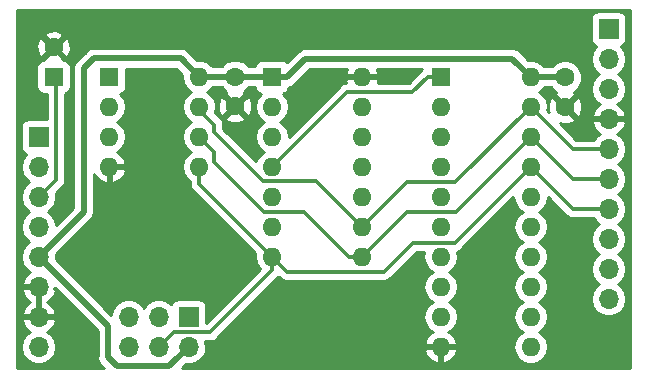
<source format=gtl>
G04 #@! TF.GenerationSoftware,KiCad,Pcbnew,no-vcs-found-104b606~61~ubuntu17.10.1*
G04 #@! TF.CreationDate,2018-02-15T20:58:33+01:00*
G04 #@! TF.ProjectId,arduino_isp_shield,61726475696E6F5F6973705F73686965,rev?*
G04 #@! TF.SameCoordinates,Original*
G04 #@! TF.FileFunction,Copper,L1,Top,Signal*
G04 #@! TF.FilePolarity,Positive*
%FSLAX46Y46*%
G04 Gerber Fmt 4.6, Leading zero omitted, Abs format (unit mm)*
G04 Created by KiCad (PCBNEW no-vcs-found-104b606~61~ubuntu17.10.1) date Thu Feb 15 20:58:33 2018*
%MOMM*%
%LPD*%
G01*
G04 APERTURE LIST*
%ADD10R,1.600000X1.600000*%
%ADD11C,1.600000*%
%ADD12O,1.600000X1.600000*%
%ADD13R,1.700000X1.700000*%
%ADD14O,1.700000X1.700000*%
%ADD15C,0.500000*%
%ADD16C,0.300000*%
%ADD17C,0.254000*%
G04 APERTURE END LIST*
D10*
X121920000Y-85090000D03*
D11*
X121920000Y-82590000D03*
D10*
X126634095Y-85090000D03*
D12*
X134254095Y-92710000D03*
X126634095Y-87630000D03*
X134254095Y-90170000D03*
X126634095Y-90170000D03*
X134254095Y-87630000D03*
X126634095Y-92710000D03*
X134254095Y-85090000D03*
D11*
X165227000Y-87630000D03*
X165227000Y-85130000D03*
X137287000Y-85090000D03*
X137287000Y-87590000D03*
D13*
X168910000Y-81030000D03*
D14*
X168910000Y-83570000D03*
X168910000Y-86110000D03*
X168910000Y-88650000D03*
X168910000Y-91190000D03*
X168910000Y-93730000D03*
X168910000Y-96270000D03*
X168910000Y-98810000D03*
X168910000Y-101350000D03*
X168910000Y-103890000D03*
D13*
X120650000Y-90170000D03*
D14*
X120650000Y-92710000D03*
X120650000Y-95250000D03*
X120650000Y-97790000D03*
X120650000Y-100330000D03*
X120650000Y-102870000D03*
X120650000Y-105410000D03*
X120650000Y-107950000D03*
D10*
X140406714Y-85090000D03*
D12*
X148026714Y-100330000D03*
X140406714Y-87630000D03*
X148026714Y-97790000D03*
X140406714Y-90170000D03*
X148026714Y-95250000D03*
X140406714Y-92710000D03*
X148026714Y-92710000D03*
X140406714Y-95250000D03*
X148026714Y-90170000D03*
X140406714Y-97790000D03*
X148026714Y-87630000D03*
X140406714Y-100330000D03*
X148026714Y-85090000D03*
D13*
X133350000Y-105410000D03*
D14*
X133350000Y-107950000D03*
X130810000Y-105410000D03*
X130810000Y-107950000D03*
X128270000Y-105410000D03*
X128270000Y-107950000D03*
D10*
X154690285Y-85090000D03*
D12*
X162310285Y-107950000D03*
X154690285Y-87630000D03*
X162310285Y-105410000D03*
X154690285Y-90170000D03*
X162310285Y-102870000D03*
X154690285Y-92710000D03*
X162310285Y-100330000D03*
X154690285Y-95250000D03*
X162310285Y-97790000D03*
X154690285Y-97790000D03*
X162310285Y-95250000D03*
X154690285Y-100330000D03*
X162310285Y-92710000D03*
X154690285Y-102870000D03*
X162310285Y-90170000D03*
X154690285Y-105410000D03*
X162310285Y-87630000D03*
X154690285Y-107950000D03*
X162310285Y-85090000D03*
D15*
X127254000Y-109575600D02*
X131724400Y-109575600D01*
X131724400Y-109575600D02*
X133350000Y-107950000D01*
X126530100Y-108851700D02*
X127254000Y-109575600D01*
X126530100Y-106210100D02*
X120650000Y-100330000D01*
X126530100Y-106210100D02*
X126530100Y-108851700D01*
X134254095Y-85090000D02*
X132679295Y-83515200D01*
X132679295Y-83515200D02*
X125323600Y-83515200D01*
X124460000Y-84378800D02*
X124460000Y-96520000D01*
X125323600Y-83515200D02*
X124460000Y-84378800D01*
X124460000Y-96520000D02*
X120650000Y-100330000D01*
X160773585Y-83553300D02*
X143243414Y-83553300D01*
X143243414Y-83553300D02*
X141706714Y-85090000D01*
X141706714Y-85090000D02*
X140406714Y-85090000D01*
X160773585Y-83553300D02*
X162310285Y-85090000D01*
X162310285Y-85090000D02*
X165187000Y-85090000D01*
X165187000Y-85090000D02*
X165227000Y-85130000D01*
X137287000Y-85090000D02*
X140406714Y-85090000D01*
X134254095Y-85090000D02*
X137287000Y-85090000D01*
X132049999Y-109250001D02*
X133350000Y-107950000D01*
D16*
X122110500Y-93789500D02*
X122110500Y-85280500D01*
X120650000Y-95250000D02*
X122110500Y-93789500D01*
X122110500Y-85280500D02*
X121920000Y-85090000D01*
X121920000Y-85090000D02*
X121920000Y-85725000D01*
X148026714Y-100330000D02*
X151836714Y-96520000D01*
X151836714Y-96520000D02*
X155960285Y-96520000D01*
X155960285Y-96520000D02*
X162310285Y-90170000D01*
X139766097Y-96520000D02*
X135511597Y-92265500D01*
X135511597Y-91427502D02*
X135511597Y-92265500D01*
X134254095Y-90170000D02*
X135511597Y-91427502D01*
X143085344Y-96520000D02*
X139766097Y-96520000D01*
X148026714Y-100330000D02*
X146895344Y-100330000D01*
X146895344Y-100330000D02*
X143085344Y-96520000D01*
X168910000Y-93730000D02*
X165870285Y-93730000D01*
X165870285Y-93730000D02*
X162310285Y-90170000D01*
X135509000Y-89141300D02*
X135509000Y-89789000D01*
X134254095Y-87886395D02*
X134254095Y-87630000D01*
X135509000Y-89141300D02*
X134254095Y-87886395D01*
X148026714Y-97790000D02*
X144165914Y-93929200D01*
X139649200Y-93929200D02*
X135509000Y-89789000D01*
X144165914Y-93929200D02*
X139649200Y-93929200D01*
X148026714Y-97790000D02*
X151828500Y-93988214D01*
X151828500Y-93988214D02*
X155952071Y-93988214D01*
X155952071Y-93988214D02*
X156080284Y-93860001D01*
X156080284Y-93860001D02*
X162310285Y-87630000D01*
X168910000Y-91190000D02*
X165870285Y-91190000D01*
X165870285Y-91190000D02*
X162310285Y-87630000D01*
X132435600Y-106680000D02*
X133299200Y-106680000D01*
X140406714Y-101461370D02*
X140406714Y-100330000D01*
X133299200Y-106680000D02*
X135188084Y-106680000D01*
X135188084Y-106680000D02*
X140406714Y-101461370D01*
X132283200Y-106680000D02*
X132435600Y-106680000D01*
X132435600Y-106680000D02*
X132080000Y-106680000D01*
X132080000Y-106680000D02*
X130810000Y-107950000D01*
X155903786Y-99116499D02*
X152343501Y-99116499D01*
X162310285Y-92710000D02*
X155903786Y-99116499D01*
X152343501Y-99116499D02*
X149868214Y-101591786D01*
X149868214Y-101591786D02*
X141668500Y-101591786D01*
X141668500Y-101591786D02*
X140406714Y-100330000D01*
X140406714Y-100330000D02*
X134254095Y-94177381D01*
X134254095Y-94177381D02*
X134254095Y-92710000D01*
X168910000Y-96270000D02*
X165870285Y-96270000D01*
X165870285Y-96270000D02*
X162310285Y-92710000D01*
X146748500Y-86368214D02*
X152312071Y-86368214D01*
X153590285Y-85090000D02*
X154690285Y-85090000D01*
X152312071Y-86368214D02*
X153590285Y-85090000D01*
X140406714Y-92710000D02*
X146748500Y-86368214D01*
D17*
G36*
X170740000Y-109780000D02*
X132771578Y-109780000D01*
X133131040Y-109420538D01*
X133203744Y-109435000D01*
X133496256Y-109435000D01*
X133929418Y-109348839D01*
X134420625Y-109020625D01*
X134748839Y-108529418D01*
X134794664Y-108299039D01*
X153298381Y-108299039D01*
X153459244Y-108687423D01*
X153835151Y-109102389D01*
X154341244Y-109341914D01*
X154563285Y-109220629D01*
X154563285Y-108077000D01*
X154817285Y-108077000D01*
X154817285Y-109220629D01*
X155039326Y-109341914D01*
X155545419Y-109102389D01*
X155921326Y-108687423D01*
X156082189Y-108299039D01*
X155960200Y-108077000D01*
X154817285Y-108077000D01*
X154563285Y-108077000D01*
X153420370Y-108077000D01*
X153298381Y-108299039D01*
X134794664Y-108299039D01*
X134864092Y-107950000D01*
X134767620Y-107465000D01*
X135110772Y-107465000D01*
X135188084Y-107480378D01*
X135265396Y-107465000D01*
X135265400Y-107465000D01*
X135494376Y-107419454D01*
X135754037Y-107245953D01*
X135797833Y-107180408D01*
X140907125Y-102071117D01*
X140972667Y-102027323D01*
X140981163Y-102014607D01*
X141058753Y-102092197D01*
X141102547Y-102157739D01*
X141168089Y-102201533D01*
X141168091Y-102201535D01*
X141258208Y-102261749D01*
X141362208Y-102331240D01*
X141591184Y-102376786D01*
X141591188Y-102376786D01*
X141668500Y-102392164D01*
X141745812Y-102376786D01*
X149790902Y-102376786D01*
X149868214Y-102392164D01*
X149945526Y-102376786D01*
X149945530Y-102376786D01*
X150174506Y-102331240D01*
X150434167Y-102157739D01*
X150477963Y-102092194D01*
X152668659Y-99901499D01*
X153312406Y-99901499D01*
X153227172Y-100330000D01*
X153338545Y-100889909D01*
X153655708Y-101364577D01*
X154008043Y-101600000D01*
X153655708Y-101835423D01*
X153338545Y-102310091D01*
X153227172Y-102870000D01*
X153338545Y-103429909D01*
X153655708Y-103904577D01*
X154008043Y-104140000D01*
X153655708Y-104375423D01*
X153338545Y-104850091D01*
X153227172Y-105410000D01*
X153338545Y-105969909D01*
X153655708Y-106444577D01*
X154039393Y-106700947D01*
X153835151Y-106797611D01*
X153459244Y-107212577D01*
X153298381Y-107600961D01*
X153420370Y-107823000D01*
X154563285Y-107823000D01*
X154563285Y-107803000D01*
X154817285Y-107803000D01*
X154817285Y-107823000D01*
X155960200Y-107823000D01*
X156082189Y-107600961D01*
X155921326Y-107212577D01*
X155545419Y-106797611D01*
X155341177Y-106700947D01*
X155724862Y-106444577D01*
X156042025Y-105969909D01*
X156153398Y-105410000D01*
X156042025Y-104850091D01*
X155724862Y-104375423D01*
X155372527Y-104140000D01*
X155724862Y-103904577D01*
X156042025Y-103429909D01*
X156153398Y-102870000D01*
X156042025Y-102310091D01*
X155724862Y-101835423D01*
X155372527Y-101600000D01*
X155724862Y-101364577D01*
X156042025Y-100889909D01*
X156153398Y-100330000D01*
X156064850Y-99884841D01*
X156210078Y-99855953D01*
X156469739Y-99682452D01*
X156513535Y-99616907D01*
X160852692Y-95277750D01*
X160958545Y-95809909D01*
X161275708Y-96284577D01*
X161628043Y-96520000D01*
X161275708Y-96755423D01*
X160958545Y-97230091D01*
X160847172Y-97790000D01*
X160958545Y-98349909D01*
X161275708Y-98824577D01*
X161628043Y-99060000D01*
X161275708Y-99295423D01*
X160958545Y-99770091D01*
X160847172Y-100330000D01*
X160958545Y-100889909D01*
X161275708Y-101364577D01*
X161628043Y-101600000D01*
X161275708Y-101835423D01*
X160958545Y-102310091D01*
X160847172Y-102870000D01*
X160958545Y-103429909D01*
X161275708Y-103904577D01*
X161628043Y-104140000D01*
X161275708Y-104375423D01*
X160958545Y-104850091D01*
X160847172Y-105410000D01*
X160958545Y-105969909D01*
X161275708Y-106444577D01*
X161628043Y-106680000D01*
X161275708Y-106915423D01*
X160958545Y-107390091D01*
X160847172Y-107950000D01*
X160958545Y-108509909D01*
X161275708Y-108984577D01*
X161750376Y-109301740D01*
X162168952Y-109385000D01*
X162451618Y-109385000D01*
X162870194Y-109301740D01*
X163344862Y-108984577D01*
X163662025Y-108509909D01*
X163773398Y-107950000D01*
X163662025Y-107390091D01*
X163344862Y-106915423D01*
X162992527Y-106680000D01*
X163344862Y-106444577D01*
X163662025Y-105969909D01*
X163773398Y-105410000D01*
X163662025Y-104850091D01*
X163344862Y-104375423D01*
X162992527Y-104140000D01*
X163344862Y-103904577D01*
X163662025Y-103429909D01*
X163773398Y-102870000D01*
X163662025Y-102310091D01*
X163344862Y-101835423D01*
X162992527Y-101600000D01*
X163344862Y-101364577D01*
X163662025Y-100889909D01*
X163773398Y-100330000D01*
X163662025Y-99770091D01*
X163344862Y-99295423D01*
X162992527Y-99060000D01*
X163344862Y-98824577D01*
X163662025Y-98349909D01*
X163773398Y-97790000D01*
X163662025Y-97230091D01*
X163344862Y-96755423D01*
X162992527Y-96520000D01*
X163344862Y-96284577D01*
X163662025Y-95809909D01*
X163767878Y-95277751D01*
X165260538Y-96770411D01*
X165304332Y-96835953D01*
X165369874Y-96879747D01*
X165369876Y-96879749D01*
X165444910Y-96929885D01*
X165563993Y-97009454D01*
X165792969Y-97055000D01*
X165792973Y-97055000D01*
X165870284Y-97070378D01*
X165947595Y-97055000D01*
X167648526Y-97055000D01*
X167839375Y-97340625D01*
X168137761Y-97540000D01*
X167839375Y-97739375D01*
X167511161Y-98230582D01*
X167395908Y-98810000D01*
X167511161Y-99389418D01*
X167839375Y-99880625D01*
X168137761Y-100080000D01*
X167839375Y-100279375D01*
X167511161Y-100770582D01*
X167395908Y-101350000D01*
X167511161Y-101929418D01*
X167839375Y-102420625D01*
X168137761Y-102620000D01*
X167839375Y-102819375D01*
X167511161Y-103310582D01*
X167395908Y-103890000D01*
X167511161Y-104469418D01*
X167839375Y-104960625D01*
X168330582Y-105288839D01*
X168763744Y-105375000D01*
X169056256Y-105375000D01*
X169489418Y-105288839D01*
X169980625Y-104960625D01*
X170308839Y-104469418D01*
X170424092Y-103890000D01*
X170308839Y-103310582D01*
X169980625Y-102819375D01*
X169682239Y-102620000D01*
X169980625Y-102420625D01*
X170308839Y-101929418D01*
X170424092Y-101350000D01*
X170308839Y-100770582D01*
X169980625Y-100279375D01*
X169682239Y-100080000D01*
X169980625Y-99880625D01*
X170308839Y-99389418D01*
X170424092Y-98810000D01*
X170308839Y-98230582D01*
X169980625Y-97739375D01*
X169682239Y-97540000D01*
X169980625Y-97340625D01*
X170308839Y-96849418D01*
X170424092Y-96270000D01*
X170308839Y-95690582D01*
X169980625Y-95199375D01*
X169682239Y-95000000D01*
X169980625Y-94800625D01*
X170308839Y-94309418D01*
X170424092Y-93730000D01*
X170308839Y-93150582D01*
X169980625Y-92659375D01*
X169682239Y-92460000D01*
X169980625Y-92260625D01*
X170308839Y-91769418D01*
X170424092Y-91190000D01*
X170308839Y-90610582D01*
X169980625Y-90119375D01*
X169661522Y-89906157D01*
X169791358Y-89845183D01*
X170181645Y-89416924D01*
X170351476Y-89006890D01*
X170230155Y-88777000D01*
X169037000Y-88777000D01*
X169037000Y-88797000D01*
X168783000Y-88797000D01*
X168783000Y-88777000D01*
X167589845Y-88777000D01*
X167468524Y-89006890D01*
X167638355Y-89416924D01*
X168028642Y-89845183D01*
X168158478Y-89906157D01*
X167839375Y-90119375D01*
X167648526Y-90405000D01*
X166195443Y-90405000D01*
X164787269Y-88996827D01*
X165010223Y-89076965D01*
X165580454Y-89049778D01*
X165981005Y-88883864D01*
X166055139Y-88637745D01*
X165227000Y-87809605D01*
X165212858Y-87823748D01*
X165033252Y-87644142D01*
X165047395Y-87630000D01*
X165406605Y-87630000D01*
X166234745Y-88458139D01*
X166480864Y-88384005D01*
X166673965Y-87846777D01*
X166646778Y-87276546D01*
X166480864Y-86875995D01*
X166234745Y-86801861D01*
X165406605Y-87630000D01*
X165047395Y-87630000D01*
X164219255Y-86801861D01*
X163973136Y-86875995D01*
X163780035Y-87413223D01*
X163807222Y-87983454D01*
X163830787Y-88040345D01*
X163714839Y-87924397D01*
X163773398Y-87630000D01*
X163662025Y-87070091D01*
X163344862Y-86595423D01*
X162992527Y-86360000D01*
X163344862Y-86124577D01*
X163444806Y-85975000D01*
X164042604Y-85975000D01*
X164414138Y-86346534D01*
X164479299Y-86373525D01*
X164472995Y-86376136D01*
X164398861Y-86622255D01*
X165227000Y-87450395D01*
X166055139Y-86622255D01*
X165981005Y-86376136D01*
X165974254Y-86373710D01*
X166039862Y-86346534D01*
X166443534Y-85942862D01*
X166662000Y-85415439D01*
X166662000Y-84844561D01*
X166443534Y-84317138D01*
X166039862Y-83913466D01*
X165512439Y-83695000D01*
X164941561Y-83695000D01*
X164414138Y-83913466D01*
X164122604Y-84205000D01*
X163444806Y-84205000D01*
X163344862Y-84055423D01*
X162870194Y-83738260D01*
X162451618Y-83655000D01*
X162168952Y-83655000D01*
X162133846Y-83661983D01*
X162041863Y-83570000D01*
X167395908Y-83570000D01*
X167511161Y-84149418D01*
X167839375Y-84640625D01*
X168137761Y-84840000D01*
X167839375Y-85039375D01*
X167511161Y-85530582D01*
X167395908Y-86110000D01*
X167511161Y-86689418D01*
X167839375Y-87180625D01*
X168158478Y-87393843D01*
X168028642Y-87454817D01*
X167638355Y-87883076D01*
X167468524Y-88293110D01*
X167589845Y-88523000D01*
X168783000Y-88523000D01*
X168783000Y-88503000D01*
X169037000Y-88503000D01*
X169037000Y-88523000D01*
X170230155Y-88523000D01*
X170351476Y-88293110D01*
X170181645Y-87883076D01*
X169791358Y-87454817D01*
X169661522Y-87393843D01*
X169980625Y-87180625D01*
X170308839Y-86689418D01*
X170424092Y-86110000D01*
X170308839Y-85530582D01*
X169980625Y-85039375D01*
X169682239Y-84840000D01*
X169980625Y-84640625D01*
X170308839Y-84149418D01*
X170424092Y-83570000D01*
X170308839Y-82990582D01*
X169980625Y-82499375D01*
X169962381Y-82487184D01*
X170007765Y-82478157D01*
X170217809Y-82337809D01*
X170358157Y-82127765D01*
X170407440Y-81880000D01*
X170407440Y-80180000D01*
X170358157Y-79932235D01*
X170217809Y-79722191D01*
X170007765Y-79581843D01*
X169760000Y-79532560D01*
X168060000Y-79532560D01*
X167812235Y-79581843D01*
X167602191Y-79722191D01*
X167461843Y-79932235D01*
X167412560Y-80180000D01*
X167412560Y-81880000D01*
X167461843Y-82127765D01*
X167602191Y-82337809D01*
X167812235Y-82478157D01*
X167857619Y-82487184D01*
X167839375Y-82499375D01*
X167511161Y-82990582D01*
X167395908Y-83570000D01*
X162041863Y-83570000D01*
X161461010Y-82989147D01*
X161411634Y-82915251D01*
X161118895Y-82719648D01*
X160860750Y-82668300D01*
X160860746Y-82668300D01*
X160773585Y-82650963D01*
X160686424Y-82668300D01*
X143330575Y-82668300D01*
X143243414Y-82650963D01*
X143156253Y-82668300D01*
X143156249Y-82668300D01*
X142898104Y-82719648D01*
X142679259Y-82865876D01*
X142679258Y-82865877D01*
X142605365Y-82915251D01*
X142555991Y-82989144D01*
X141683918Y-83861218D01*
X141664523Y-83832191D01*
X141454479Y-83691843D01*
X141206714Y-83642560D01*
X139606714Y-83642560D01*
X139358949Y-83691843D01*
X139148905Y-83832191D01*
X139008557Y-84042235D01*
X138976181Y-84205000D01*
X138431396Y-84205000D01*
X138099862Y-83873466D01*
X137572439Y-83655000D01*
X137001561Y-83655000D01*
X136474138Y-83873466D01*
X136142604Y-84205000D01*
X135388616Y-84205000D01*
X135288672Y-84055423D01*
X134814004Y-83738260D01*
X134395428Y-83655000D01*
X134112762Y-83655000D01*
X134077656Y-83661983D01*
X133366720Y-82951047D01*
X133317344Y-82877151D01*
X133024605Y-82681548D01*
X132766460Y-82630200D01*
X132766456Y-82630200D01*
X132679295Y-82612863D01*
X132592134Y-82630200D01*
X125410761Y-82630200D01*
X125323600Y-82612863D01*
X125236439Y-82630200D01*
X125236435Y-82630200D01*
X124978290Y-82681548D01*
X124759445Y-82827776D01*
X124759444Y-82827777D01*
X124685551Y-82877151D01*
X124636177Y-82951044D01*
X123895847Y-83691375D01*
X123821951Y-83740751D01*
X123626348Y-84033491D01*
X123575000Y-84291636D01*
X123575000Y-84291639D01*
X123557663Y-84378800D01*
X123575000Y-84465961D01*
X123575001Y-96153420D01*
X122126651Y-97601770D01*
X122048839Y-97210582D01*
X121720625Y-96719375D01*
X121422239Y-96520000D01*
X121720625Y-96320625D01*
X122048839Y-95829418D01*
X122164092Y-95250000D01*
X122097075Y-94913082D01*
X122610911Y-94399247D01*
X122676453Y-94355453D01*
X122720247Y-94289911D01*
X122720249Y-94289909D01*
X122849954Y-94095792D01*
X122871352Y-93988215D01*
X122895500Y-93866816D01*
X122895500Y-93866812D01*
X122910878Y-93789500D01*
X122895500Y-93712188D01*
X122895500Y-86502531D01*
X122967765Y-86488157D01*
X123177809Y-86347809D01*
X123318157Y-86137765D01*
X123367440Y-85890000D01*
X123367440Y-84290000D01*
X123318157Y-84042235D01*
X123177809Y-83832191D01*
X122967765Y-83691843D01*
X122733813Y-83645307D01*
X122748139Y-83597745D01*
X121920000Y-82769605D01*
X121091861Y-83597745D01*
X121106187Y-83645307D01*
X120872235Y-83691843D01*
X120662191Y-83832191D01*
X120521843Y-84042235D01*
X120472560Y-84290000D01*
X120472560Y-85890000D01*
X120521843Y-86137765D01*
X120662191Y-86347809D01*
X120872235Y-86488157D01*
X121120000Y-86537440D01*
X121325501Y-86537440D01*
X121325501Y-88672560D01*
X119800000Y-88672560D01*
X119552235Y-88721843D01*
X119342191Y-88862191D01*
X119201843Y-89072235D01*
X119152560Y-89320000D01*
X119152560Y-91020000D01*
X119201843Y-91267765D01*
X119342191Y-91477809D01*
X119552235Y-91618157D01*
X119597619Y-91627184D01*
X119579375Y-91639375D01*
X119251161Y-92130582D01*
X119135908Y-92710000D01*
X119251161Y-93289418D01*
X119579375Y-93780625D01*
X119877761Y-93980000D01*
X119579375Y-94179375D01*
X119251161Y-94670582D01*
X119135908Y-95250000D01*
X119251161Y-95829418D01*
X119579375Y-96320625D01*
X119877761Y-96520000D01*
X119579375Y-96719375D01*
X119251161Y-97210582D01*
X119135908Y-97790000D01*
X119251161Y-98369418D01*
X119579375Y-98860625D01*
X119877761Y-99060000D01*
X119579375Y-99259375D01*
X119251161Y-99750582D01*
X119135908Y-100330000D01*
X119251161Y-100909418D01*
X119579375Y-101400625D01*
X119898478Y-101613843D01*
X119768642Y-101674817D01*
X119378355Y-102103076D01*
X119208524Y-102513110D01*
X119329845Y-102743000D01*
X120523000Y-102743000D01*
X120523000Y-102723000D01*
X120777000Y-102723000D01*
X120777000Y-102743000D01*
X120797000Y-102743000D01*
X120797000Y-102997000D01*
X120777000Y-102997000D01*
X120777000Y-105283000D01*
X121970155Y-105283000D01*
X122091476Y-105053110D01*
X121921645Y-104643076D01*
X121531358Y-104214817D01*
X121372046Y-104140000D01*
X121531358Y-104065183D01*
X121921645Y-103636924D01*
X122091476Y-103226890D01*
X121970156Y-102997002D01*
X122065424Y-102997002D01*
X125645100Y-106576679D01*
X125645101Y-108764535D01*
X125627763Y-108851700D01*
X125696448Y-109197009D01*
X125842676Y-109415854D01*
X125842678Y-109415856D01*
X125892052Y-109489749D01*
X125965945Y-109539123D01*
X126206822Y-109780000D01*
X118820000Y-109780000D01*
X118820000Y-107950000D01*
X119135908Y-107950000D01*
X119251161Y-108529418D01*
X119579375Y-109020625D01*
X120070582Y-109348839D01*
X120503744Y-109435000D01*
X120796256Y-109435000D01*
X121229418Y-109348839D01*
X121720625Y-109020625D01*
X122048839Y-108529418D01*
X122164092Y-107950000D01*
X122048839Y-107370582D01*
X121720625Y-106879375D01*
X121401522Y-106666157D01*
X121531358Y-106605183D01*
X121921645Y-106176924D01*
X122091476Y-105766890D01*
X121970155Y-105537000D01*
X120777000Y-105537000D01*
X120777000Y-105557000D01*
X120523000Y-105557000D01*
X120523000Y-105537000D01*
X119329845Y-105537000D01*
X119208524Y-105766890D01*
X119378355Y-106176924D01*
X119768642Y-106605183D01*
X119898478Y-106666157D01*
X119579375Y-106879375D01*
X119251161Y-107370582D01*
X119135908Y-107950000D01*
X118820000Y-107950000D01*
X118820000Y-103226890D01*
X119208524Y-103226890D01*
X119378355Y-103636924D01*
X119768642Y-104065183D01*
X119927954Y-104140000D01*
X119768642Y-104214817D01*
X119378355Y-104643076D01*
X119208524Y-105053110D01*
X119329845Y-105283000D01*
X120523000Y-105283000D01*
X120523000Y-102997000D01*
X119329845Y-102997000D01*
X119208524Y-103226890D01*
X118820000Y-103226890D01*
X118820000Y-82373223D01*
X120473035Y-82373223D01*
X120500222Y-82943454D01*
X120666136Y-83344005D01*
X120912255Y-83418139D01*
X121740395Y-82590000D01*
X122099605Y-82590000D01*
X122927745Y-83418139D01*
X123173864Y-83344005D01*
X123366965Y-82806777D01*
X123339778Y-82236546D01*
X123173864Y-81835995D01*
X122927745Y-81761861D01*
X122099605Y-82590000D01*
X121740395Y-82590000D01*
X120912255Y-81761861D01*
X120666136Y-81835995D01*
X120473035Y-82373223D01*
X118820000Y-82373223D01*
X118820000Y-81582255D01*
X121091861Y-81582255D01*
X121920000Y-82410395D01*
X122748139Y-81582255D01*
X122674005Y-81336136D01*
X122136777Y-81143035D01*
X121566546Y-81170222D01*
X121165995Y-81336136D01*
X121091861Y-81582255D01*
X118820000Y-81582255D01*
X118820000Y-79450000D01*
X170740001Y-79450000D01*
X170740000Y-109780000D01*
X170740000Y-109780000D01*
G37*
X170740000Y-109780000D02*
X132771578Y-109780000D01*
X133131040Y-109420538D01*
X133203744Y-109435000D01*
X133496256Y-109435000D01*
X133929418Y-109348839D01*
X134420625Y-109020625D01*
X134748839Y-108529418D01*
X134794664Y-108299039D01*
X153298381Y-108299039D01*
X153459244Y-108687423D01*
X153835151Y-109102389D01*
X154341244Y-109341914D01*
X154563285Y-109220629D01*
X154563285Y-108077000D01*
X154817285Y-108077000D01*
X154817285Y-109220629D01*
X155039326Y-109341914D01*
X155545419Y-109102389D01*
X155921326Y-108687423D01*
X156082189Y-108299039D01*
X155960200Y-108077000D01*
X154817285Y-108077000D01*
X154563285Y-108077000D01*
X153420370Y-108077000D01*
X153298381Y-108299039D01*
X134794664Y-108299039D01*
X134864092Y-107950000D01*
X134767620Y-107465000D01*
X135110772Y-107465000D01*
X135188084Y-107480378D01*
X135265396Y-107465000D01*
X135265400Y-107465000D01*
X135494376Y-107419454D01*
X135754037Y-107245953D01*
X135797833Y-107180408D01*
X140907125Y-102071117D01*
X140972667Y-102027323D01*
X140981163Y-102014607D01*
X141058753Y-102092197D01*
X141102547Y-102157739D01*
X141168089Y-102201533D01*
X141168091Y-102201535D01*
X141258208Y-102261749D01*
X141362208Y-102331240D01*
X141591184Y-102376786D01*
X141591188Y-102376786D01*
X141668500Y-102392164D01*
X141745812Y-102376786D01*
X149790902Y-102376786D01*
X149868214Y-102392164D01*
X149945526Y-102376786D01*
X149945530Y-102376786D01*
X150174506Y-102331240D01*
X150434167Y-102157739D01*
X150477963Y-102092194D01*
X152668659Y-99901499D01*
X153312406Y-99901499D01*
X153227172Y-100330000D01*
X153338545Y-100889909D01*
X153655708Y-101364577D01*
X154008043Y-101600000D01*
X153655708Y-101835423D01*
X153338545Y-102310091D01*
X153227172Y-102870000D01*
X153338545Y-103429909D01*
X153655708Y-103904577D01*
X154008043Y-104140000D01*
X153655708Y-104375423D01*
X153338545Y-104850091D01*
X153227172Y-105410000D01*
X153338545Y-105969909D01*
X153655708Y-106444577D01*
X154039393Y-106700947D01*
X153835151Y-106797611D01*
X153459244Y-107212577D01*
X153298381Y-107600961D01*
X153420370Y-107823000D01*
X154563285Y-107823000D01*
X154563285Y-107803000D01*
X154817285Y-107803000D01*
X154817285Y-107823000D01*
X155960200Y-107823000D01*
X156082189Y-107600961D01*
X155921326Y-107212577D01*
X155545419Y-106797611D01*
X155341177Y-106700947D01*
X155724862Y-106444577D01*
X156042025Y-105969909D01*
X156153398Y-105410000D01*
X156042025Y-104850091D01*
X155724862Y-104375423D01*
X155372527Y-104140000D01*
X155724862Y-103904577D01*
X156042025Y-103429909D01*
X156153398Y-102870000D01*
X156042025Y-102310091D01*
X155724862Y-101835423D01*
X155372527Y-101600000D01*
X155724862Y-101364577D01*
X156042025Y-100889909D01*
X156153398Y-100330000D01*
X156064850Y-99884841D01*
X156210078Y-99855953D01*
X156469739Y-99682452D01*
X156513535Y-99616907D01*
X160852692Y-95277750D01*
X160958545Y-95809909D01*
X161275708Y-96284577D01*
X161628043Y-96520000D01*
X161275708Y-96755423D01*
X160958545Y-97230091D01*
X160847172Y-97790000D01*
X160958545Y-98349909D01*
X161275708Y-98824577D01*
X161628043Y-99060000D01*
X161275708Y-99295423D01*
X160958545Y-99770091D01*
X160847172Y-100330000D01*
X160958545Y-100889909D01*
X161275708Y-101364577D01*
X161628043Y-101600000D01*
X161275708Y-101835423D01*
X160958545Y-102310091D01*
X160847172Y-102870000D01*
X160958545Y-103429909D01*
X161275708Y-103904577D01*
X161628043Y-104140000D01*
X161275708Y-104375423D01*
X160958545Y-104850091D01*
X160847172Y-105410000D01*
X160958545Y-105969909D01*
X161275708Y-106444577D01*
X161628043Y-106680000D01*
X161275708Y-106915423D01*
X160958545Y-107390091D01*
X160847172Y-107950000D01*
X160958545Y-108509909D01*
X161275708Y-108984577D01*
X161750376Y-109301740D01*
X162168952Y-109385000D01*
X162451618Y-109385000D01*
X162870194Y-109301740D01*
X163344862Y-108984577D01*
X163662025Y-108509909D01*
X163773398Y-107950000D01*
X163662025Y-107390091D01*
X163344862Y-106915423D01*
X162992527Y-106680000D01*
X163344862Y-106444577D01*
X163662025Y-105969909D01*
X163773398Y-105410000D01*
X163662025Y-104850091D01*
X163344862Y-104375423D01*
X162992527Y-104140000D01*
X163344862Y-103904577D01*
X163662025Y-103429909D01*
X163773398Y-102870000D01*
X163662025Y-102310091D01*
X163344862Y-101835423D01*
X162992527Y-101600000D01*
X163344862Y-101364577D01*
X163662025Y-100889909D01*
X163773398Y-100330000D01*
X163662025Y-99770091D01*
X163344862Y-99295423D01*
X162992527Y-99060000D01*
X163344862Y-98824577D01*
X163662025Y-98349909D01*
X163773398Y-97790000D01*
X163662025Y-97230091D01*
X163344862Y-96755423D01*
X162992527Y-96520000D01*
X163344862Y-96284577D01*
X163662025Y-95809909D01*
X163767878Y-95277751D01*
X165260538Y-96770411D01*
X165304332Y-96835953D01*
X165369874Y-96879747D01*
X165369876Y-96879749D01*
X165444910Y-96929885D01*
X165563993Y-97009454D01*
X165792969Y-97055000D01*
X165792973Y-97055000D01*
X165870284Y-97070378D01*
X165947595Y-97055000D01*
X167648526Y-97055000D01*
X167839375Y-97340625D01*
X168137761Y-97540000D01*
X167839375Y-97739375D01*
X167511161Y-98230582D01*
X167395908Y-98810000D01*
X167511161Y-99389418D01*
X167839375Y-99880625D01*
X168137761Y-100080000D01*
X167839375Y-100279375D01*
X167511161Y-100770582D01*
X167395908Y-101350000D01*
X167511161Y-101929418D01*
X167839375Y-102420625D01*
X168137761Y-102620000D01*
X167839375Y-102819375D01*
X167511161Y-103310582D01*
X167395908Y-103890000D01*
X167511161Y-104469418D01*
X167839375Y-104960625D01*
X168330582Y-105288839D01*
X168763744Y-105375000D01*
X169056256Y-105375000D01*
X169489418Y-105288839D01*
X169980625Y-104960625D01*
X170308839Y-104469418D01*
X170424092Y-103890000D01*
X170308839Y-103310582D01*
X169980625Y-102819375D01*
X169682239Y-102620000D01*
X169980625Y-102420625D01*
X170308839Y-101929418D01*
X170424092Y-101350000D01*
X170308839Y-100770582D01*
X169980625Y-100279375D01*
X169682239Y-100080000D01*
X169980625Y-99880625D01*
X170308839Y-99389418D01*
X170424092Y-98810000D01*
X170308839Y-98230582D01*
X169980625Y-97739375D01*
X169682239Y-97540000D01*
X169980625Y-97340625D01*
X170308839Y-96849418D01*
X170424092Y-96270000D01*
X170308839Y-95690582D01*
X169980625Y-95199375D01*
X169682239Y-95000000D01*
X169980625Y-94800625D01*
X170308839Y-94309418D01*
X170424092Y-93730000D01*
X170308839Y-93150582D01*
X169980625Y-92659375D01*
X169682239Y-92460000D01*
X169980625Y-92260625D01*
X170308839Y-91769418D01*
X170424092Y-91190000D01*
X170308839Y-90610582D01*
X169980625Y-90119375D01*
X169661522Y-89906157D01*
X169791358Y-89845183D01*
X170181645Y-89416924D01*
X170351476Y-89006890D01*
X170230155Y-88777000D01*
X169037000Y-88777000D01*
X169037000Y-88797000D01*
X168783000Y-88797000D01*
X168783000Y-88777000D01*
X167589845Y-88777000D01*
X167468524Y-89006890D01*
X167638355Y-89416924D01*
X168028642Y-89845183D01*
X168158478Y-89906157D01*
X167839375Y-90119375D01*
X167648526Y-90405000D01*
X166195443Y-90405000D01*
X164787269Y-88996827D01*
X165010223Y-89076965D01*
X165580454Y-89049778D01*
X165981005Y-88883864D01*
X166055139Y-88637745D01*
X165227000Y-87809605D01*
X165212858Y-87823748D01*
X165033252Y-87644142D01*
X165047395Y-87630000D01*
X165406605Y-87630000D01*
X166234745Y-88458139D01*
X166480864Y-88384005D01*
X166673965Y-87846777D01*
X166646778Y-87276546D01*
X166480864Y-86875995D01*
X166234745Y-86801861D01*
X165406605Y-87630000D01*
X165047395Y-87630000D01*
X164219255Y-86801861D01*
X163973136Y-86875995D01*
X163780035Y-87413223D01*
X163807222Y-87983454D01*
X163830787Y-88040345D01*
X163714839Y-87924397D01*
X163773398Y-87630000D01*
X163662025Y-87070091D01*
X163344862Y-86595423D01*
X162992527Y-86360000D01*
X163344862Y-86124577D01*
X163444806Y-85975000D01*
X164042604Y-85975000D01*
X164414138Y-86346534D01*
X164479299Y-86373525D01*
X164472995Y-86376136D01*
X164398861Y-86622255D01*
X165227000Y-87450395D01*
X166055139Y-86622255D01*
X165981005Y-86376136D01*
X165974254Y-86373710D01*
X166039862Y-86346534D01*
X166443534Y-85942862D01*
X166662000Y-85415439D01*
X166662000Y-84844561D01*
X166443534Y-84317138D01*
X166039862Y-83913466D01*
X165512439Y-83695000D01*
X164941561Y-83695000D01*
X164414138Y-83913466D01*
X164122604Y-84205000D01*
X163444806Y-84205000D01*
X163344862Y-84055423D01*
X162870194Y-83738260D01*
X162451618Y-83655000D01*
X162168952Y-83655000D01*
X162133846Y-83661983D01*
X162041863Y-83570000D01*
X167395908Y-83570000D01*
X167511161Y-84149418D01*
X167839375Y-84640625D01*
X168137761Y-84840000D01*
X167839375Y-85039375D01*
X167511161Y-85530582D01*
X167395908Y-86110000D01*
X167511161Y-86689418D01*
X167839375Y-87180625D01*
X168158478Y-87393843D01*
X168028642Y-87454817D01*
X167638355Y-87883076D01*
X167468524Y-88293110D01*
X167589845Y-88523000D01*
X168783000Y-88523000D01*
X168783000Y-88503000D01*
X169037000Y-88503000D01*
X169037000Y-88523000D01*
X170230155Y-88523000D01*
X170351476Y-88293110D01*
X170181645Y-87883076D01*
X169791358Y-87454817D01*
X169661522Y-87393843D01*
X169980625Y-87180625D01*
X170308839Y-86689418D01*
X170424092Y-86110000D01*
X170308839Y-85530582D01*
X169980625Y-85039375D01*
X169682239Y-84840000D01*
X169980625Y-84640625D01*
X170308839Y-84149418D01*
X170424092Y-83570000D01*
X170308839Y-82990582D01*
X169980625Y-82499375D01*
X169962381Y-82487184D01*
X170007765Y-82478157D01*
X170217809Y-82337809D01*
X170358157Y-82127765D01*
X170407440Y-81880000D01*
X170407440Y-80180000D01*
X170358157Y-79932235D01*
X170217809Y-79722191D01*
X170007765Y-79581843D01*
X169760000Y-79532560D01*
X168060000Y-79532560D01*
X167812235Y-79581843D01*
X167602191Y-79722191D01*
X167461843Y-79932235D01*
X167412560Y-80180000D01*
X167412560Y-81880000D01*
X167461843Y-82127765D01*
X167602191Y-82337809D01*
X167812235Y-82478157D01*
X167857619Y-82487184D01*
X167839375Y-82499375D01*
X167511161Y-82990582D01*
X167395908Y-83570000D01*
X162041863Y-83570000D01*
X161461010Y-82989147D01*
X161411634Y-82915251D01*
X161118895Y-82719648D01*
X160860750Y-82668300D01*
X160860746Y-82668300D01*
X160773585Y-82650963D01*
X160686424Y-82668300D01*
X143330575Y-82668300D01*
X143243414Y-82650963D01*
X143156253Y-82668300D01*
X143156249Y-82668300D01*
X142898104Y-82719648D01*
X142679259Y-82865876D01*
X142679258Y-82865877D01*
X142605365Y-82915251D01*
X142555991Y-82989144D01*
X141683918Y-83861218D01*
X141664523Y-83832191D01*
X141454479Y-83691843D01*
X141206714Y-83642560D01*
X139606714Y-83642560D01*
X139358949Y-83691843D01*
X139148905Y-83832191D01*
X139008557Y-84042235D01*
X138976181Y-84205000D01*
X138431396Y-84205000D01*
X138099862Y-83873466D01*
X137572439Y-83655000D01*
X137001561Y-83655000D01*
X136474138Y-83873466D01*
X136142604Y-84205000D01*
X135388616Y-84205000D01*
X135288672Y-84055423D01*
X134814004Y-83738260D01*
X134395428Y-83655000D01*
X134112762Y-83655000D01*
X134077656Y-83661983D01*
X133366720Y-82951047D01*
X133317344Y-82877151D01*
X133024605Y-82681548D01*
X132766460Y-82630200D01*
X132766456Y-82630200D01*
X132679295Y-82612863D01*
X132592134Y-82630200D01*
X125410761Y-82630200D01*
X125323600Y-82612863D01*
X125236439Y-82630200D01*
X125236435Y-82630200D01*
X124978290Y-82681548D01*
X124759445Y-82827776D01*
X124759444Y-82827777D01*
X124685551Y-82877151D01*
X124636177Y-82951044D01*
X123895847Y-83691375D01*
X123821951Y-83740751D01*
X123626348Y-84033491D01*
X123575000Y-84291636D01*
X123575000Y-84291639D01*
X123557663Y-84378800D01*
X123575000Y-84465961D01*
X123575001Y-96153420D01*
X122126651Y-97601770D01*
X122048839Y-97210582D01*
X121720625Y-96719375D01*
X121422239Y-96520000D01*
X121720625Y-96320625D01*
X122048839Y-95829418D01*
X122164092Y-95250000D01*
X122097075Y-94913082D01*
X122610911Y-94399247D01*
X122676453Y-94355453D01*
X122720247Y-94289911D01*
X122720249Y-94289909D01*
X122849954Y-94095792D01*
X122871352Y-93988215D01*
X122895500Y-93866816D01*
X122895500Y-93866812D01*
X122910878Y-93789500D01*
X122895500Y-93712188D01*
X122895500Y-86502531D01*
X122967765Y-86488157D01*
X123177809Y-86347809D01*
X123318157Y-86137765D01*
X123367440Y-85890000D01*
X123367440Y-84290000D01*
X123318157Y-84042235D01*
X123177809Y-83832191D01*
X122967765Y-83691843D01*
X122733813Y-83645307D01*
X122748139Y-83597745D01*
X121920000Y-82769605D01*
X121091861Y-83597745D01*
X121106187Y-83645307D01*
X120872235Y-83691843D01*
X120662191Y-83832191D01*
X120521843Y-84042235D01*
X120472560Y-84290000D01*
X120472560Y-85890000D01*
X120521843Y-86137765D01*
X120662191Y-86347809D01*
X120872235Y-86488157D01*
X121120000Y-86537440D01*
X121325501Y-86537440D01*
X121325501Y-88672560D01*
X119800000Y-88672560D01*
X119552235Y-88721843D01*
X119342191Y-88862191D01*
X119201843Y-89072235D01*
X119152560Y-89320000D01*
X119152560Y-91020000D01*
X119201843Y-91267765D01*
X119342191Y-91477809D01*
X119552235Y-91618157D01*
X119597619Y-91627184D01*
X119579375Y-91639375D01*
X119251161Y-92130582D01*
X119135908Y-92710000D01*
X119251161Y-93289418D01*
X119579375Y-93780625D01*
X119877761Y-93980000D01*
X119579375Y-94179375D01*
X119251161Y-94670582D01*
X119135908Y-95250000D01*
X119251161Y-95829418D01*
X119579375Y-96320625D01*
X119877761Y-96520000D01*
X119579375Y-96719375D01*
X119251161Y-97210582D01*
X119135908Y-97790000D01*
X119251161Y-98369418D01*
X119579375Y-98860625D01*
X119877761Y-99060000D01*
X119579375Y-99259375D01*
X119251161Y-99750582D01*
X119135908Y-100330000D01*
X119251161Y-100909418D01*
X119579375Y-101400625D01*
X119898478Y-101613843D01*
X119768642Y-101674817D01*
X119378355Y-102103076D01*
X119208524Y-102513110D01*
X119329845Y-102743000D01*
X120523000Y-102743000D01*
X120523000Y-102723000D01*
X120777000Y-102723000D01*
X120777000Y-102743000D01*
X120797000Y-102743000D01*
X120797000Y-102997000D01*
X120777000Y-102997000D01*
X120777000Y-105283000D01*
X121970155Y-105283000D01*
X122091476Y-105053110D01*
X121921645Y-104643076D01*
X121531358Y-104214817D01*
X121372046Y-104140000D01*
X121531358Y-104065183D01*
X121921645Y-103636924D01*
X122091476Y-103226890D01*
X121970156Y-102997002D01*
X122065424Y-102997002D01*
X125645100Y-106576679D01*
X125645101Y-108764535D01*
X125627763Y-108851700D01*
X125696448Y-109197009D01*
X125842676Y-109415854D01*
X125842678Y-109415856D01*
X125892052Y-109489749D01*
X125965945Y-109539123D01*
X126206822Y-109780000D01*
X118820000Y-109780000D01*
X118820000Y-107950000D01*
X119135908Y-107950000D01*
X119251161Y-108529418D01*
X119579375Y-109020625D01*
X120070582Y-109348839D01*
X120503744Y-109435000D01*
X120796256Y-109435000D01*
X121229418Y-109348839D01*
X121720625Y-109020625D01*
X122048839Y-108529418D01*
X122164092Y-107950000D01*
X122048839Y-107370582D01*
X121720625Y-106879375D01*
X121401522Y-106666157D01*
X121531358Y-106605183D01*
X121921645Y-106176924D01*
X122091476Y-105766890D01*
X121970155Y-105537000D01*
X120777000Y-105537000D01*
X120777000Y-105557000D01*
X120523000Y-105557000D01*
X120523000Y-105537000D01*
X119329845Y-105537000D01*
X119208524Y-105766890D01*
X119378355Y-106176924D01*
X119768642Y-106605183D01*
X119898478Y-106666157D01*
X119579375Y-106879375D01*
X119251161Y-107370582D01*
X119135908Y-107950000D01*
X118820000Y-107950000D01*
X118820000Y-103226890D01*
X119208524Y-103226890D01*
X119378355Y-103636924D01*
X119768642Y-104065183D01*
X119927954Y-104140000D01*
X119768642Y-104214817D01*
X119378355Y-104643076D01*
X119208524Y-105053110D01*
X119329845Y-105283000D01*
X120523000Y-105283000D01*
X120523000Y-102997000D01*
X119329845Y-102997000D01*
X119208524Y-103226890D01*
X118820000Y-103226890D01*
X118820000Y-82373223D01*
X120473035Y-82373223D01*
X120500222Y-82943454D01*
X120666136Y-83344005D01*
X120912255Y-83418139D01*
X121740395Y-82590000D01*
X122099605Y-82590000D01*
X122927745Y-83418139D01*
X123173864Y-83344005D01*
X123366965Y-82806777D01*
X123339778Y-82236546D01*
X123173864Y-81835995D01*
X122927745Y-81761861D01*
X122099605Y-82590000D01*
X121740395Y-82590000D01*
X120912255Y-81761861D01*
X120666136Y-81835995D01*
X120473035Y-82373223D01*
X118820000Y-82373223D01*
X118820000Y-81582255D01*
X121091861Y-81582255D01*
X121920000Y-82410395D01*
X122748139Y-81582255D01*
X122674005Y-81336136D01*
X122136777Y-81143035D01*
X121566546Y-81170222D01*
X121165995Y-81336136D01*
X121091861Y-81582255D01*
X118820000Y-81582255D01*
X118820000Y-79450000D01*
X170740001Y-79450000D01*
X170740000Y-109780000D01*
G36*
X128397000Y-107823000D02*
X128417000Y-107823000D01*
X128417000Y-108077000D01*
X128397000Y-108077000D01*
X128397000Y-108097000D01*
X128143000Y-108097000D01*
X128143000Y-108077000D01*
X128123000Y-108077000D01*
X128123000Y-107823000D01*
X128143000Y-107823000D01*
X128143000Y-107803000D01*
X128397000Y-107803000D01*
X128397000Y-107823000D01*
X128397000Y-107823000D01*
G37*
X128397000Y-107823000D02*
X128417000Y-107823000D01*
X128417000Y-108077000D01*
X128397000Y-108077000D01*
X128397000Y-108097000D01*
X128143000Y-108097000D01*
X128143000Y-108077000D01*
X128123000Y-108077000D01*
X128123000Y-107823000D01*
X128143000Y-107823000D01*
X128143000Y-107803000D01*
X128397000Y-107803000D01*
X128397000Y-107823000D01*
G36*
X132826078Y-84913561D02*
X132790982Y-85090000D01*
X132902355Y-85649909D01*
X133219518Y-86124577D01*
X133571853Y-86360000D01*
X133219518Y-86595423D01*
X132902355Y-87070091D01*
X132790982Y-87630000D01*
X132902355Y-88189909D01*
X133219518Y-88664577D01*
X133571853Y-88900000D01*
X133219518Y-89135423D01*
X132902355Y-89610091D01*
X132790982Y-90170000D01*
X132902355Y-90729909D01*
X133219518Y-91204577D01*
X133571853Y-91440000D01*
X133219518Y-91675423D01*
X132902355Y-92150091D01*
X132790982Y-92710000D01*
X132902355Y-93269909D01*
X133219518Y-93744577D01*
X133469095Y-93911339D01*
X133469095Y-94100069D01*
X133453717Y-94177381D01*
X133469095Y-94254693D01*
X133469095Y-94254696D01*
X133503160Y-94425954D01*
X133514641Y-94483672D01*
X133639531Y-94670582D01*
X133688142Y-94743334D01*
X133753687Y-94787130D01*
X139002160Y-100035604D01*
X138943601Y-100330000D01*
X139054974Y-100889909D01*
X139372137Y-101364577D01*
X139384853Y-101373073D01*
X134862927Y-105895000D01*
X134847440Y-105895000D01*
X134847440Y-104560000D01*
X134798157Y-104312235D01*
X134657809Y-104102191D01*
X134447765Y-103961843D01*
X134200000Y-103912560D01*
X132500000Y-103912560D01*
X132252235Y-103961843D01*
X132042191Y-104102191D01*
X131901843Y-104312235D01*
X131892816Y-104357619D01*
X131880625Y-104339375D01*
X131389418Y-104011161D01*
X130956256Y-103925000D01*
X130663744Y-103925000D01*
X130230582Y-104011161D01*
X129739375Y-104339375D01*
X129540000Y-104637761D01*
X129340625Y-104339375D01*
X128849418Y-104011161D01*
X128416256Y-103925000D01*
X128123744Y-103925000D01*
X127690582Y-104011161D01*
X127199375Y-104339375D01*
X126871161Y-104830582D01*
X126793349Y-105221770D01*
X122120538Y-100548960D01*
X122164092Y-100330000D01*
X122120538Y-100111040D01*
X125024156Y-97207423D01*
X125098049Y-97158049D01*
X125156630Y-97070378D01*
X125293652Y-96865310D01*
X125301413Y-96826291D01*
X125345000Y-96607165D01*
X125345000Y-96607161D01*
X125362337Y-96520000D01*
X125345000Y-96432839D01*
X125345000Y-93307259D01*
X125403054Y-93447423D01*
X125778961Y-93862389D01*
X126285054Y-94101914D01*
X126507095Y-93980629D01*
X126507095Y-92837000D01*
X126761095Y-92837000D01*
X126761095Y-93980629D01*
X126983136Y-94101914D01*
X127489229Y-93862389D01*
X127865136Y-93447423D01*
X128025999Y-93059039D01*
X127904010Y-92837000D01*
X126761095Y-92837000D01*
X126507095Y-92837000D01*
X126487095Y-92837000D01*
X126487095Y-92583000D01*
X126507095Y-92583000D01*
X126507095Y-92563000D01*
X126761095Y-92563000D01*
X126761095Y-92583000D01*
X127904010Y-92583000D01*
X128025999Y-92360961D01*
X127865136Y-91972577D01*
X127489229Y-91557611D01*
X127284987Y-91460947D01*
X127668672Y-91204577D01*
X127985835Y-90729909D01*
X128097208Y-90170000D01*
X127985835Y-89610091D01*
X127668672Y-89135423D01*
X127316337Y-88900000D01*
X127668672Y-88664577D01*
X127985835Y-88189909D01*
X128097208Y-87630000D01*
X127985835Y-87070091D01*
X127668672Y-86595423D01*
X127547989Y-86514785D01*
X127681860Y-86488157D01*
X127891904Y-86347809D01*
X128032252Y-86137765D01*
X128081535Y-85890000D01*
X128081535Y-84400200D01*
X132312717Y-84400200D01*
X132826078Y-84913561D01*
X132826078Y-84913561D01*
G37*
X132826078Y-84913561D02*
X132790982Y-85090000D01*
X132902355Y-85649909D01*
X133219518Y-86124577D01*
X133571853Y-86360000D01*
X133219518Y-86595423D01*
X132902355Y-87070091D01*
X132790982Y-87630000D01*
X132902355Y-88189909D01*
X133219518Y-88664577D01*
X133571853Y-88900000D01*
X133219518Y-89135423D01*
X132902355Y-89610091D01*
X132790982Y-90170000D01*
X132902355Y-90729909D01*
X133219518Y-91204577D01*
X133571853Y-91440000D01*
X133219518Y-91675423D01*
X132902355Y-92150091D01*
X132790982Y-92710000D01*
X132902355Y-93269909D01*
X133219518Y-93744577D01*
X133469095Y-93911339D01*
X133469095Y-94100069D01*
X133453717Y-94177381D01*
X133469095Y-94254693D01*
X133469095Y-94254696D01*
X133503160Y-94425954D01*
X133514641Y-94483672D01*
X133639531Y-94670582D01*
X133688142Y-94743334D01*
X133753687Y-94787130D01*
X139002160Y-100035604D01*
X138943601Y-100330000D01*
X139054974Y-100889909D01*
X139372137Y-101364577D01*
X139384853Y-101373073D01*
X134862927Y-105895000D01*
X134847440Y-105895000D01*
X134847440Y-104560000D01*
X134798157Y-104312235D01*
X134657809Y-104102191D01*
X134447765Y-103961843D01*
X134200000Y-103912560D01*
X132500000Y-103912560D01*
X132252235Y-103961843D01*
X132042191Y-104102191D01*
X131901843Y-104312235D01*
X131892816Y-104357619D01*
X131880625Y-104339375D01*
X131389418Y-104011161D01*
X130956256Y-103925000D01*
X130663744Y-103925000D01*
X130230582Y-104011161D01*
X129739375Y-104339375D01*
X129540000Y-104637761D01*
X129340625Y-104339375D01*
X128849418Y-104011161D01*
X128416256Y-103925000D01*
X128123744Y-103925000D01*
X127690582Y-104011161D01*
X127199375Y-104339375D01*
X126871161Y-104830582D01*
X126793349Y-105221770D01*
X122120538Y-100548960D01*
X122164092Y-100330000D01*
X122120538Y-100111040D01*
X125024156Y-97207423D01*
X125098049Y-97158049D01*
X125156630Y-97070378D01*
X125293652Y-96865310D01*
X125301413Y-96826291D01*
X125345000Y-96607165D01*
X125345000Y-96607161D01*
X125362337Y-96520000D01*
X125345000Y-96432839D01*
X125345000Y-93307259D01*
X125403054Y-93447423D01*
X125778961Y-93862389D01*
X126285054Y-94101914D01*
X126507095Y-93980629D01*
X126507095Y-92837000D01*
X126761095Y-92837000D01*
X126761095Y-93980629D01*
X126983136Y-94101914D01*
X127489229Y-93862389D01*
X127865136Y-93447423D01*
X128025999Y-93059039D01*
X127904010Y-92837000D01*
X126761095Y-92837000D01*
X126507095Y-92837000D01*
X126487095Y-92837000D01*
X126487095Y-92583000D01*
X126507095Y-92583000D01*
X126507095Y-92563000D01*
X126761095Y-92563000D01*
X126761095Y-92583000D01*
X127904010Y-92583000D01*
X128025999Y-92360961D01*
X127865136Y-91972577D01*
X127489229Y-91557611D01*
X127284987Y-91460947D01*
X127668672Y-91204577D01*
X127985835Y-90729909D01*
X128097208Y-90170000D01*
X127985835Y-89610091D01*
X127668672Y-89135423D01*
X127316337Y-88900000D01*
X127668672Y-88664577D01*
X127985835Y-88189909D01*
X128097208Y-87630000D01*
X127985835Y-87070091D01*
X127668672Y-86595423D01*
X127547989Y-86514785D01*
X127681860Y-86488157D01*
X127891904Y-86347809D01*
X128032252Y-86137765D01*
X128081535Y-85890000D01*
X128081535Y-84400200D01*
X132312717Y-84400200D01*
X132826078Y-84913561D01*
G36*
X136474138Y-86306534D02*
X136539299Y-86333525D01*
X136532995Y-86336136D01*
X136458861Y-86582255D01*
X137287000Y-87410395D01*
X138115139Y-86582255D01*
X138041005Y-86336136D01*
X138034254Y-86333710D01*
X138099862Y-86306534D01*
X138431396Y-85975000D01*
X138976181Y-85975000D01*
X139008557Y-86137765D01*
X139148905Y-86347809D01*
X139358949Y-86488157D01*
X139492820Y-86514785D01*
X139372137Y-86595423D01*
X139054974Y-87070091D01*
X138943601Y-87630000D01*
X139054974Y-88189909D01*
X139372137Y-88664577D01*
X139724472Y-88900000D01*
X139372137Y-89135423D01*
X139054974Y-89610091D01*
X138943601Y-90170000D01*
X139054974Y-90729909D01*
X139372137Y-91204577D01*
X139724472Y-91440000D01*
X139372137Y-91675423D01*
X139054974Y-92150091D01*
X139042576Y-92212419D01*
X136294000Y-89463843D01*
X136294000Y-89218612D01*
X136309378Y-89141300D01*
X136294000Y-89063988D01*
X136294000Y-89063984D01*
X136248454Y-88835008D01*
X136089919Y-88597745D01*
X136458861Y-88597745D01*
X136532995Y-88843864D01*
X137070223Y-89036965D01*
X137640454Y-89009778D01*
X138041005Y-88843864D01*
X138115139Y-88597745D01*
X137287000Y-87769605D01*
X136458861Y-88597745D01*
X136089919Y-88597745D01*
X136074953Y-88575347D01*
X136009408Y-88531551D01*
X135616110Y-88138253D01*
X135717208Y-87630000D01*
X135666132Y-87373223D01*
X135840035Y-87373223D01*
X135867222Y-87943454D01*
X136033136Y-88344005D01*
X136279255Y-88418139D01*
X137107395Y-87590000D01*
X137466605Y-87590000D01*
X138294745Y-88418139D01*
X138540864Y-88344005D01*
X138733965Y-87806777D01*
X138706778Y-87236546D01*
X138540864Y-86835995D01*
X138294745Y-86761861D01*
X137466605Y-87590000D01*
X137107395Y-87590000D01*
X136279255Y-86761861D01*
X136033136Y-86835995D01*
X135840035Y-87373223D01*
X135666132Y-87373223D01*
X135605835Y-87070091D01*
X135288672Y-86595423D01*
X134936337Y-86360000D01*
X135288672Y-86124577D01*
X135388616Y-85975000D01*
X136142604Y-85975000D01*
X136474138Y-86306534D01*
X136474138Y-86306534D01*
G37*
X136474138Y-86306534D02*
X136539299Y-86333525D01*
X136532995Y-86336136D01*
X136458861Y-86582255D01*
X137287000Y-87410395D01*
X138115139Y-86582255D01*
X138041005Y-86336136D01*
X138034254Y-86333710D01*
X138099862Y-86306534D01*
X138431396Y-85975000D01*
X138976181Y-85975000D01*
X139008557Y-86137765D01*
X139148905Y-86347809D01*
X139358949Y-86488157D01*
X139492820Y-86514785D01*
X139372137Y-86595423D01*
X139054974Y-87070091D01*
X138943601Y-87630000D01*
X139054974Y-88189909D01*
X139372137Y-88664577D01*
X139724472Y-88900000D01*
X139372137Y-89135423D01*
X139054974Y-89610091D01*
X138943601Y-90170000D01*
X139054974Y-90729909D01*
X139372137Y-91204577D01*
X139724472Y-91440000D01*
X139372137Y-91675423D01*
X139054974Y-92150091D01*
X139042576Y-92212419D01*
X136294000Y-89463843D01*
X136294000Y-89218612D01*
X136309378Y-89141300D01*
X136294000Y-89063988D01*
X136294000Y-89063984D01*
X136248454Y-88835008D01*
X136089919Y-88597745D01*
X136458861Y-88597745D01*
X136532995Y-88843864D01*
X137070223Y-89036965D01*
X137640454Y-89009778D01*
X138041005Y-88843864D01*
X138115139Y-88597745D01*
X137287000Y-87769605D01*
X136458861Y-88597745D01*
X136089919Y-88597745D01*
X136074953Y-88575347D01*
X136009408Y-88531551D01*
X135616110Y-88138253D01*
X135717208Y-87630000D01*
X135666132Y-87373223D01*
X135840035Y-87373223D01*
X135867222Y-87943454D01*
X136033136Y-88344005D01*
X136279255Y-88418139D01*
X137107395Y-87590000D01*
X137466605Y-87590000D01*
X138294745Y-88418139D01*
X138540864Y-88344005D01*
X138733965Y-87806777D01*
X138706778Y-87236546D01*
X138540864Y-86835995D01*
X138294745Y-86761861D01*
X137466605Y-87590000D01*
X137107395Y-87590000D01*
X136279255Y-86761861D01*
X136033136Y-86835995D01*
X135840035Y-87373223D01*
X135666132Y-87373223D01*
X135605835Y-87070091D01*
X135288672Y-86595423D01*
X134936337Y-86360000D01*
X135288672Y-86124577D01*
X135388616Y-85975000D01*
X136142604Y-85975000D01*
X136474138Y-86306534D01*
G36*
X146634810Y-84740961D02*
X146756799Y-84963000D01*
X147899714Y-84963000D01*
X147899714Y-84943000D01*
X148153714Y-84943000D01*
X148153714Y-84963000D01*
X149296629Y-84963000D01*
X149418618Y-84740961D01*
X149293260Y-84438300D01*
X153152661Y-84438300D01*
X153024332Y-84524047D01*
X152980536Y-84589592D01*
X151986914Y-85583214D01*
X149358903Y-85583214D01*
X149418618Y-85439039D01*
X149296629Y-85217000D01*
X148153714Y-85217000D01*
X148153714Y-85237000D01*
X147899714Y-85237000D01*
X147899714Y-85217000D01*
X146756799Y-85217000D01*
X146634810Y-85439039D01*
X146692749Y-85578925D01*
X146671188Y-85583214D01*
X146671184Y-85583214D01*
X146442208Y-85628760D01*
X146182547Y-85802261D01*
X146138751Y-85867806D01*
X141864307Y-90142250D01*
X141758454Y-89610091D01*
X141441291Y-89135423D01*
X141088956Y-88900000D01*
X141441291Y-88664577D01*
X141758454Y-88189909D01*
X141869827Y-87630000D01*
X141758454Y-87070091D01*
X141441291Y-86595423D01*
X141320608Y-86514785D01*
X141454479Y-86488157D01*
X141664523Y-86347809D01*
X141804871Y-86137765D01*
X141839033Y-85966018D01*
X142052024Y-85923652D01*
X142344763Y-85728049D01*
X142394139Y-85654153D01*
X143609993Y-84438300D01*
X146760168Y-84438300D01*
X146634810Y-84740961D01*
X146634810Y-84740961D01*
G37*
X146634810Y-84740961D02*
X146756799Y-84963000D01*
X147899714Y-84963000D01*
X147899714Y-84943000D01*
X148153714Y-84943000D01*
X148153714Y-84963000D01*
X149296629Y-84963000D01*
X149418618Y-84740961D01*
X149293260Y-84438300D01*
X153152661Y-84438300D01*
X153024332Y-84524047D01*
X152980536Y-84589592D01*
X151986914Y-85583214D01*
X149358903Y-85583214D01*
X149418618Y-85439039D01*
X149296629Y-85217000D01*
X148153714Y-85217000D01*
X148153714Y-85237000D01*
X147899714Y-85237000D01*
X147899714Y-85217000D01*
X146756799Y-85217000D01*
X146634810Y-85439039D01*
X146692749Y-85578925D01*
X146671188Y-85583214D01*
X146671184Y-85583214D01*
X146442208Y-85628760D01*
X146182547Y-85802261D01*
X146138751Y-85867806D01*
X141864307Y-90142250D01*
X141758454Y-89610091D01*
X141441291Y-89135423D01*
X141088956Y-88900000D01*
X141441291Y-88664577D01*
X141758454Y-88189909D01*
X141869827Y-87630000D01*
X141758454Y-87070091D01*
X141441291Y-86595423D01*
X141320608Y-86514785D01*
X141454479Y-86488157D01*
X141664523Y-86347809D01*
X141804871Y-86137765D01*
X141839033Y-85966018D01*
X142052024Y-85923652D01*
X142344763Y-85728049D01*
X142394139Y-85654153D01*
X143609993Y-84438300D01*
X146760168Y-84438300D01*
X146634810Y-84740961D01*
M02*

</source>
